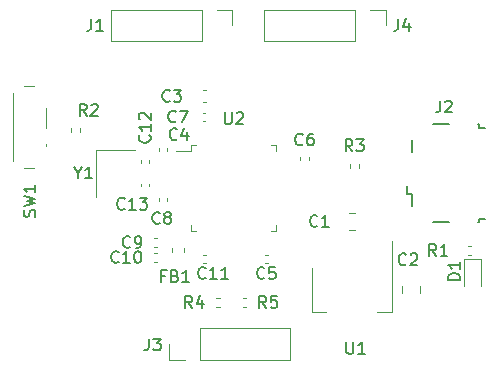
<source format=gbr>
%TF.GenerationSoftware,KiCad,Pcbnew,(6.0.8)*%
%TF.CreationDate,2022-10-24T22:06:31+02:00*%
%TF.ProjectId,stm32,73746d33-322e-46b6-9963-61645f706362,rev?*%
%TF.SameCoordinates,Original*%
%TF.FileFunction,Legend,Top*%
%TF.FilePolarity,Positive*%
%FSLAX46Y46*%
G04 Gerber Fmt 4.6, Leading zero omitted, Abs format (unit mm)*
G04 Created by KiCad (PCBNEW (6.0.8)) date 2022-10-24 22:06:31*
%MOMM*%
%LPD*%
G01*
G04 APERTURE LIST*
%ADD10C,0.150000*%
%ADD11C,0.120000*%
G04 APERTURE END LIST*
D10*
%TO.C,C6*%
X153533333Y-92757142D02*
X153485714Y-92804761D01*
X153342857Y-92852380D01*
X153247619Y-92852380D01*
X153104761Y-92804761D01*
X153009523Y-92709523D01*
X152961904Y-92614285D01*
X152914285Y-92423809D01*
X152914285Y-92280952D01*
X152961904Y-92090476D01*
X153009523Y-91995238D01*
X153104761Y-91900000D01*
X153247619Y-91852380D01*
X153342857Y-91852380D01*
X153485714Y-91900000D01*
X153533333Y-91947619D01*
X154390476Y-91852380D02*
X154200000Y-91852380D01*
X154104761Y-91900000D01*
X154057142Y-91947619D01*
X153961904Y-92090476D01*
X153914285Y-92280952D01*
X153914285Y-92661904D01*
X153961904Y-92757142D01*
X154009523Y-92804761D01*
X154104761Y-92852380D01*
X154295238Y-92852380D01*
X154390476Y-92804761D01*
X154438095Y-92757142D01*
X154485714Y-92661904D01*
X154485714Y-92423809D01*
X154438095Y-92328571D01*
X154390476Y-92280952D01*
X154295238Y-92233333D01*
X154104761Y-92233333D01*
X154009523Y-92280952D01*
X153961904Y-92328571D01*
X153914285Y-92423809D01*
%TO.C,SW1*%
X130854761Y-98883333D02*
X130902380Y-98740476D01*
X130902380Y-98502380D01*
X130854761Y-98407142D01*
X130807142Y-98359523D01*
X130711904Y-98311904D01*
X130616666Y-98311904D01*
X130521428Y-98359523D01*
X130473809Y-98407142D01*
X130426190Y-98502380D01*
X130378571Y-98692857D01*
X130330952Y-98788095D01*
X130283333Y-98835714D01*
X130188095Y-98883333D01*
X130092857Y-98883333D01*
X129997619Y-98835714D01*
X129950000Y-98788095D01*
X129902380Y-98692857D01*
X129902380Y-98454761D01*
X129950000Y-98311904D01*
X129902380Y-97978571D02*
X130902380Y-97740476D01*
X130188095Y-97550000D01*
X130902380Y-97359523D01*
X129902380Y-97121428D01*
X130902380Y-96216666D02*
X130902380Y-96788095D01*
X130902380Y-96502380D02*
X129902380Y-96502380D01*
X130045238Y-96597619D01*
X130140476Y-96692857D01*
X130188095Y-96788095D01*
%TO.C,C8*%
X141433333Y-99407142D02*
X141385714Y-99454761D01*
X141242857Y-99502380D01*
X141147619Y-99502380D01*
X141004761Y-99454761D01*
X140909523Y-99359523D01*
X140861904Y-99264285D01*
X140814285Y-99073809D01*
X140814285Y-98930952D01*
X140861904Y-98740476D01*
X140909523Y-98645238D01*
X141004761Y-98550000D01*
X141147619Y-98502380D01*
X141242857Y-98502380D01*
X141385714Y-98550000D01*
X141433333Y-98597619D01*
X142004761Y-98930952D02*
X141909523Y-98883333D01*
X141861904Y-98835714D01*
X141814285Y-98740476D01*
X141814285Y-98692857D01*
X141861904Y-98597619D01*
X141909523Y-98550000D01*
X142004761Y-98502380D01*
X142195238Y-98502380D01*
X142290476Y-98550000D01*
X142338095Y-98597619D01*
X142385714Y-98692857D01*
X142385714Y-98740476D01*
X142338095Y-98835714D01*
X142290476Y-98883333D01*
X142195238Y-98930952D01*
X142004761Y-98930952D01*
X141909523Y-98978571D01*
X141861904Y-99026190D01*
X141814285Y-99121428D01*
X141814285Y-99311904D01*
X141861904Y-99407142D01*
X141909523Y-99454761D01*
X142004761Y-99502380D01*
X142195238Y-99502380D01*
X142290476Y-99454761D01*
X142338095Y-99407142D01*
X142385714Y-99311904D01*
X142385714Y-99121428D01*
X142338095Y-99026190D01*
X142290476Y-98978571D01*
X142195238Y-98930952D01*
%TO.C,C4*%
X142883333Y-92307142D02*
X142835714Y-92354761D01*
X142692857Y-92402380D01*
X142597619Y-92402380D01*
X142454761Y-92354761D01*
X142359523Y-92259523D01*
X142311904Y-92164285D01*
X142264285Y-91973809D01*
X142264285Y-91830952D01*
X142311904Y-91640476D01*
X142359523Y-91545238D01*
X142454761Y-91450000D01*
X142597619Y-91402380D01*
X142692857Y-91402380D01*
X142835714Y-91450000D01*
X142883333Y-91497619D01*
X143740476Y-91735714D02*
X143740476Y-92402380D01*
X143502380Y-91354761D02*
X143264285Y-92069047D01*
X143883333Y-92069047D01*
%TO.C,C2*%
X162283333Y-102907142D02*
X162235714Y-102954761D01*
X162092857Y-103002380D01*
X161997619Y-103002380D01*
X161854761Y-102954761D01*
X161759523Y-102859523D01*
X161711904Y-102764285D01*
X161664285Y-102573809D01*
X161664285Y-102430952D01*
X161711904Y-102240476D01*
X161759523Y-102145238D01*
X161854761Y-102050000D01*
X161997619Y-102002380D01*
X162092857Y-102002380D01*
X162235714Y-102050000D01*
X162283333Y-102097619D01*
X162664285Y-102097619D02*
X162711904Y-102050000D01*
X162807142Y-102002380D01*
X163045238Y-102002380D01*
X163140476Y-102050000D01*
X163188095Y-102097619D01*
X163235714Y-102192857D01*
X163235714Y-102288095D01*
X163188095Y-102430952D01*
X162616666Y-103002380D01*
X163235714Y-103002380D01*
%TO.C,C5*%
X150283333Y-104057142D02*
X150235714Y-104104761D01*
X150092857Y-104152380D01*
X149997619Y-104152380D01*
X149854761Y-104104761D01*
X149759523Y-104009523D01*
X149711904Y-103914285D01*
X149664285Y-103723809D01*
X149664285Y-103580952D01*
X149711904Y-103390476D01*
X149759523Y-103295238D01*
X149854761Y-103200000D01*
X149997619Y-103152380D01*
X150092857Y-103152380D01*
X150235714Y-103200000D01*
X150283333Y-103247619D01*
X151188095Y-103152380D02*
X150711904Y-103152380D01*
X150664285Y-103628571D01*
X150711904Y-103580952D01*
X150807142Y-103533333D01*
X151045238Y-103533333D01*
X151140476Y-103580952D01*
X151188095Y-103628571D01*
X151235714Y-103723809D01*
X151235714Y-103961904D01*
X151188095Y-104057142D01*
X151140476Y-104104761D01*
X151045238Y-104152380D01*
X150807142Y-104152380D01*
X150711904Y-104104761D01*
X150664285Y-104057142D01*
%TO.C,J2*%
X165166666Y-89052380D02*
X165166666Y-89766666D01*
X165119047Y-89909523D01*
X165023809Y-90004761D01*
X164880952Y-90052380D01*
X164785714Y-90052380D01*
X165595238Y-89147619D02*
X165642857Y-89100000D01*
X165738095Y-89052380D01*
X165976190Y-89052380D01*
X166071428Y-89100000D01*
X166119047Y-89147619D01*
X166166666Y-89242857D01*
X166166666Y-89338095D01*
X166119047Y-89480952D01*
X165547619Y-90052380D01*
X166166666Y-90052380D01*
%TO.C,Y1*%
X134523809Y-95176190D02*
X134523809Y-95652380D01*
X134190476Y-94652380D02*
X134523809Y-95176190D01*
X134857142Y-94652380D01*
X135714285Y-95652380D02*
X135142857Y-95652380D01*
X135428571Y-95652380D02*
X135428571Y-94652380D01*
X135333333Y-94795238D01*
X135238095Y-94890476D01*
X135142857Y-94938095D01*
%TO.C,C10*%
X137949306Y-102697142D02*
X137901687Y-102744761D01*
X137758830Y-102792380D01*
X137663592Y-102792380D01*
X137520735Y-102744761D01*
X137425497Y-102649523D01*
X137377878Y-102554285D01*
X137330259Y-102363809D01*
X137330259Y-102220952D01*
X137377878Y-102030476D01*
X137425497Y-101935238D01*
X137520735Y-101840000D01*
X137663592Y-101792380D01*
X137758830Y-101792380D01*
X137901687Y-101840000D01*
X137949306Y-101887619D01*
X138901687Y-102792380D02*
X138330259Y-102792380D01*
X138615973Y-102792380D02*
X138615973Y-101792380D01*
X138520735Y-101935238D01*
X138425497Y-102030476D01*
X138330259Y-102078095D01*
X139520735Y-101792380D02*
X139615973Y-101792380D01*
X139711211Y-101840000D01*
X139758830Y-101887619D01*
X139806449Y-101982857D01*
X139854068Y-102173333D01*
X139854068Y-102411428D01*
X139806449Y-102601904D01*
X139758830Y-102697142D01*
X139711211Y-102744761D01*
X139615973Y-102792380D01*
X139520735Y-102792380D01*
X139425497Y-102744761D01*
X139377878Y-102697142D01*
X139330259Y-102601904D01*
X139282640Y-102411428D01*
X139282640Y-102173333D01*
X139330259Y-101982857D01*
X139377878Y-101887619D01*
X139425497Y-101840000D01*
X139520735Y-101792380D01*
%TO.C,C3*%
X142283333Y-89057142D02*
X142235714Y-89104761D01*
X142092857Y-89152380D01*
X141997619Y-89152380D01*
X141854761Y-89104761D01*
X141759523Y-89009523D01*
X141711904Y-88914285D01*
X141664285Y-88723809D01*
X141664285Y-88580952D01*
X141711904Y-88390476D01*
X141759523Y-88295238D01*
X141854761Y-88200000D01*
X141997619Y-88152380D01*
X142092857Y-88152380D01*
X142235714Y-88200000D01*
X142283333Y-88247619D01*
X142616666Y-88152380D02*
X143235714Y-88152380D01*
X142902380Y-88533333D01*
X143045238Y-88533333D01*
X143140476Y-88580952D01*
X143188095Y-88628571D01*
X143235714Y-88723809D01*
X143235714Y-88961904D01*
X143188095Y-89057142D01*
X143140476Y-89104761D01*
X143045238Y-89152380D01*
X142759523Y-89152380D01*
X142664285Y-89104761D01*
X142616666Y-89057142D01*
%TO.C,C11*%
X145307142Y-104057142D02*
X145259523Y-104104761D01*
X145116666Y-104152380D01*
X145021428Y-104152380D01*
X144878571Y-104104761D01*
X144783333Y-104009523D01*
X144735714Y-103914285D01*
X144688095Y-103723809D01*
X144688095Y-103580952D01*
X144735714Y-103390476D01*
X144783333Y-103295238D01*
X144878571Y-103200000D01*
X145021428Y-103152380D01*
X145116666Y-103152380D01*
X145259523Y-103200000D01*
X145307142Y-103247619D01*
X146259523Y-104152380D02*
X145688095Y-104152380D01*
X145973809Y-104152380D02*
X145973809Y-103152380D01*
X145878571Y-103295238D01*
X145783333Y-103390476D01*
X145688095Y-103438095D01*
X147211904Y-104152380D02*
X146640476Y-104152380D01*
X146926190Y-104152380D02*
X146926190Y-103152380D01*
X146830952Y-103295238D01*
X146735714Y-103390476D01*
X146640476Y-103438095D01*
%TO.C,C12*%
X140557142Y-91992857D02*
X140604761Y-92040476D01*
X140652380Y-92183333D01*
X140652380Y-92278571D01*
X140604761Y-92421428D01*
X140509523Y-92516666D01*
X140414285Y-92564285D01*
X140223809Y-92611904D01*
X140080952Y-92611904D01*
X139890476Y-92564285D01*
X139795238Y-92516666D01*
X139700000Y-92421428D01*
X139652380Y-92278571D01*
X139652380Y-92183333D01*
X139700000Y-92040476D01*
X139747619Y-91992857D01*
X140652380Y-91040476D02*
X140652380Y-91611904D01*
X140652380Y-91326190D02*
X139652380Y-91326190D01*
X139795238Y-91421428D01*
X139890476Y-91516666D01*
X139938095Y-91611904D01*
X139747619Y-90659523D02*
X139700000Y-90611904D01*
X139652380Y-90516666D01*
X139652380Y-90278571D01*
X139700000Y-90183333D01*
X139747619Y-90135714D01*
X139842857Y-90088095D01*
X139938095Y-90088095D01*
X140080952Y-90135714D01*
X140652380Y-90707142D01*
X140652380Y-90088095D01*
%TO.C,R2*%
X135233333Y-90352380D02*
X134900000Y-89876190D01*
X134661904Y-90352380D02*
X134661904Y-89352380D01*
X135042857Y-89352380D01*
X135138095Y-89400000D01*
X135185714Y-89447619D01*
X135233333Y-89542857D01*
X135233333Y-89685714D01*
X135185714Y-89780952D01*
X135138095Y-89828571D01*
X135042857Y-89876190D01*
X134661904Y-89876190D01*
X135614285Y-89447619D02*
X135661904Y-89400000D01*
X135757142Y-89352380D01*
X135995238Y-89352380D01*
X136090476Y-89400000D01*
X136138095Y-89447619D01*
X136185714Y-89542857D01*
X136185714Y-89638095D01*
X136138095Y-89780952D01*
X135566666Y-90352380D01*
X136185714Y-90352380D01*
%TO.C,C13*%
X138449306Y-98197142D02*
X138401687Y-98244761D01*
X138258830Y-98292380D01*
X138163592Y-98292380D01*
X138020735Y-98244761D01*
X137925497Y-98149523D01*
X137877878Y-98054285D01*
X137830259Y-97863809D01*
X137830259Y-97720952D01*
X137877878Y-97530476D01*
X137925497Y-97435238D01*
X138020735Y-97340000D01*
X138163592Y-97292380D01*
X138258830Y-97292380D01*
X138401687Y-97340000D01*
X138449306Y-97387619D01*
X139401687Y-98292380D02*
X138830259Y-98292380D01*
X139115973Y-98292380D02*
X139115973Y-97292380D01*
X139020735Y-97435238D01*
X138925497Y-97530476D01*
X138830259Y-97578095D01*
X139735021Y-97292380D02*
X140354068Y-97292380D01*
X140020735Y-97673333D01*
X140163592Y-97673333D01*
X140258830Y-97720952D01*
X140306449Y-97768571D01*
X140354068Y-97863809D01*
X140354068Y-98101904D01*
X140306449Y-98197142D01*
X140258830Y-98244761D01*
X140163592Y-98292380D01*
X139877878Y-98292380D01*
X139782640Y-98244761D01*
X139735021Y-98197142D01*
%TO.C,FB1*%
X141866666Y-103878571D02*
X141533333Y-103878571D01*
X141533333Y-104402380D02*
X141533333Y-103402380D01*
X142009523Y-103402380D01*
X142723809Y-103878571D02*
X142866666Y-103926190D01*
X142914285Y-103973809D01*
X142961904Y-104069047D01*
X142961904Y-104211904D01*
X142914285Y-104307142D01*
X142866666Y-104354761D01*
X142771428Y-104402380D01*
X142390476Y-104402380D01*
X142390476Y-103402380D01*
X142723809Y-103402380D01*
X142819047Y-103450000D01*
X142866666Y-103497619D01*
X142914285Y-103592857D01*
X142914285Y-103688095D01*
X142866666Y-103783333D01*
X142819047Y-103830952D01*
X142723809Y-103878571D01*
X142390476Y-103878571D01*
X143914285Y-104402380D02*
X143342857Y-104402380D01*
X143628571Y-104402380D02*
X143628571Y-103402380D01*
X143533333Y-103545238D01*
X143438095Y-103640476D01*
X143342857Y-103688095D01*
%TO.C,U2*%
X146938095Y-90052380D02*
X146938095Y-90861904D01*
X146985714Y-90957142D01*
X147033333Y-91004761D01*
X147128571Y-91052380D01*
X147319047Y-91052380D01*
X147414285Y-91004761D01*
X147461904Y-90957142D01*
X147509523Y-90861904D01*
X147509523Y-90052380D01*
X147938095Y-90147619D02*
X147985714Y-90100000D01*
X148080952Y-90052380D01*
X148319047Y-90052380D01*
X148414285Y-90100000D01*
X148461904Y-90147619D01*
X148509523Y-90242857D01*
X148509523Y-90338095D01*
X148461904Y-90480952D01*
X147890476Y-91052380D01*
X148509523Y-91052380D01*
%TO.C,C9*%
X138925497Y-101447142D02*
X138877878Y-101494761D01*
X138735021Y-101542380D01*
X138639783Y-101542380D01*
X138496925Y-101494761D01*
X138401687Y-101399523D01*
X138354068Y-101304285D01*
X138306449Y-101113809D01*
X138306449Y-100970952D01*
X138354068Y-100780476D01*
X138401687Y-100685238D01*
X138496925Y-100590000D01*
X138639783Y-100542380D01*
X138735021Y-100542380D01*
X138877878Y-100590000D01*
X138925497Y-100637619D01*
X139401687Y-101542380D02*
X139592164Y-101542380D01*
X139687402Y-101494761D01*
X139735021Y-101447142D01*
X139830259Y-101304285D01*
X139877878Y-101113809D01*
X139877878Y-100732857D01*
X139830259Y-100637619D01*
X139782640Y-100590000D01*
X139687402Y-100542380D01*
X139496925Y-100542380D01*
X139401687Y-100590000D01*
X139354068Y-100637619D01*
X139306449Y-100732857D01*
X139306449Y-100970952D01*
X139354068Y-101066190D01*
X139401687Y-101113809D01*
X139496925Y-101161428D01*
X139687402Y-101161428D01*
X139782640Y-101113809D01*
X139830259Y-101066190D01*
X139877878Y-100970952D01*
%TO.C,R5*%
X150433333Y-106602380D02*
X150100000Y-106126190D01*
X149861904Y-106602380D02*
X149861904Y-105602380D01*
X150242857Y-105602380D01*
X150338095Y-105650000D01*
X150385714Y-105697619D01*
X150433333Y-105792857D01*
X150433333Y-105935714D01*
X150385714Y-106030952D01*
X150338095Y-106078571D01*
X150242857Y-106126190D01*
X149861904Y-106126190D01*
X151338095Y-105602380D02*
X150861904Y-105602380D01*
X150814285Y-106078571D01*
X150861904Y-106030952D01*
X150957142Y-105983333D01*
X151195238Y-105983333D01*
X151290476Y-106030952D01*
X151338095Y-106078571D01*
X151385714Y-106173809D01*
X151385714Y-106411904D01*
X151338095Y-106507142D01*
X151290476Y-106554761D01*
X151195238Y-106602380D01*
X150957142Y-106602380D01*
X150861904Y-106554761D01*
X150814285Y-106507142D01*
%TO.C,C7*%
X142783333Y-90807142D02*
X142735714Y-90854761D01*
X142592857Y-90902380D01*
X142497619Y-90902380D01*
X142354761Y-90854761D01*
X142259523Y-90759523D01*
X142211904Y-90664285D01*
X142164285Y-90473809D01*
X142164285Y-90330952D01*
X142211904Y-90140476D01*
X142259523Y-90045238D01*
X142354761Y-89950000D01*
X142497619Y-89902380D01*
X142592857Y-89902380D01*
X142735714Y-89950000D01*
X142783333Y-89997619D01*
X143116666Y-89902380D02*
X143783333Y-89902380D01*
X143354761Y-90902380D01*
%TO.C,R1*%
X164833333Y-102202380D02*
X164500000Y-101726190D01*
X164261904Y-102202380D02*
X164261904Y-101202380D01*
X164642857Y-101202380D01*
X164738095Y-101250000D01*
X164785714Y-101297619D01*
X164833333Y-101392857D01*
X164833333Y-101535714D01*
X164785714Y-101630952D01*
X164738095Y-101678571D01*
X164642857Y-101726190D01*
X164261904Y-101726190D01*
X165785714Y-102202380D02*
X165214285Y-102202380D01*
X165500000Y-102202380D02*
X165500000Y-101202380D01*
X165404761Y-101345238D01*
X165309523Y-101440476D01*
X165214285Y-101488095D01*
%TO.C,J3*%
X140516666Y-109202380D02*
X140516666Y-109916666D01*
X140469047Y-110059523D01*
X140373809Y-110154761D01*
X140230952Y-110202380D01*
X140135714Y-110202380D01*
X140897619Y-109202380D02*
X141516666Y-109202380D01*
X141183333Y-109583333D01*
X141326190Y-109583333D01*
X141421428Y-109630952D01*
X141469047Y-109678571D01*
X141516666Y-109773809D01*
X141516666Y-110011904D01*
X141469047Y-110107142D01*
X141421428Y-110154761D01*
X141326190Y-110202380D01*
X141040476Y-110202380D01*
X140945238Y-110154761D01*
X140897619Y-110107142D01*
%TO.C,D1*%
X166852380Y-104238095D02*
X165852380Y-104238095D01*
X165852380Y-104000000D01*
X165900000Y-103857142D01*
X165995238Y-103761904D01*
X166090476Y-103714285D01*
X166280952Y-103666666D01*
X166423809Y-103666666D01*
X166614285Y-103714285D01*
X166709523Y-103761904D01*
X166804761Y-103857142D01*
X166852380Y-104000000D01*
X166852380Y-104238095D01*
X166852380Y-102714285D02*
X166852380Y-103285714D01*
X166852380Y-103000000D02*
X165852380Y-103000000D01*
X165995238Y-103095238D01*
X166090476Y-103190476D01*
X166138095Y-103285714D01*
%TO.C,R4*%
X144183333Y-106602380D02*
X143850000Y-106126190D01*
X143611904Y-106602380D02*
X143611904Y-105602380D01*
X143992857Y-105602380D01*
X144088095Y-105650000D01*
X144135714Y-105697619D01*
X144183333Y-105792857D01*
X144183333Y-105935714D01*
X144135714Y-106030952D01*
X144088095Y-106078571D01*
X143992857Y-106126190D01*
X143611904Y-106126190D01*
X145040476Y-105935714D02*
X145040476Y-106602380D01*
X144802380Y-105554761D02*
X144564285Y-106269047D01*
X145183333Y-106269047D01*
%TO.C,U1*%
X157238095Y-109502380D02*
X157238095Y-110311904D01*
X157285714Y-110407142D01*
X157333333Y-110454761D01*
X157428571Y-110502380D01*
X157619047Y-110502380D01*
X157714285Y-110454761D01*
X157761904Y-110407142D01*
X157809523Y-110311904D01*
X157809523Y-109502380D01*
X158809523Y-110502380D02*
X158238095Y-110502380D01*
X158523809Y-110502380D02*
X158523809Y-109502380D01*
X158428571Y-109645238D01*
X158333333Y-109740476D01*
X158238095Y-109788095D01*
%TO.C,J4*%
X161616666Y-82152380D02*
X161616666Y-82866666D01*
X161569047Y-83009523D01*
X161473809Y-83104761D01*
X161330952Y-83152380D01*
X161235714Y-83152380D01*
X162521428Y-82485714D02*
X162521428Y-83152380D01*
X162283333Y-82104761D02*
X162045238Y-82819047D01*
X162664285Y-82819047D01*
%TO.C,R3*%
X157733333Y-93352380D02*
X157400000Y-92876190D01*
X157161904Y-93352380D02*
X157161904Y-92352380D01*
X157542857Y-92352380D01*
X157638095Y-92400000D01*
X157685714Y-92447619D01*
X157733333Y-92542857D01*
X157733333Y-92685714D01*
X157685714Y-92780952D01*
X157638095Y-92828571D01*
X157542857Y-92876190D01*
X157161904Y-92876190D01*
X158066666Y-92352380D02*
X158685714Y-92352380D01*
X158352380Y-92733333D01*
X158495238Y-92733333D01*
X158590476Y-92780952D01*
X158638095Y-92828571D01*
X158685714Y-92923809D01*
X158685714Y-93161904D01*
X158638095Y-93257142D01*
X158590476Y-93304761D01*
X158495238Y-93352380D01*
X158209523Y-93352380D01*
X158114285Y-93304761D01*
X158066666Y-93257142D01*
%TO.C,C1*%
X154783333Y-99657142D02*
X154735714Y-99704761D01*
X154592857Y-99752380D01*
X154497619Y-99752380D01*
X154354761Y-99704761D01*
X154259523Y-99609523D01*
X154211904Y-99514285D01*
X154164285Y-99323809D01*
X154164285Y-99180952D01*
X154211904Y-98990476D01*
X154259523Y-98895238D01*
X154354761Y-98800000D01*
X154497619Y-98752380D01*
X154592857Y-98752380D01*
X154735714Y-98800000D01*
X154783333Y-98847619D01*
X155735714Y-99752380D02*
X155164285Y-99752380D01*
X155450000Y-99752380D02*
X155450000Y-98752380D01*
X155354761Y-98895238D01*
X155259523Y-98990476D01*
X155164285Y-99038095D01*
%TO.C,J1*%
X135616666Y-82152380D02*
X135616666Y-82866666D01*
X135569047Y-83009523D01*
X135473809Y-83104761D01*
X135330952Y-83152380D01*
X135235714Y-83152380D01*
X136616666Y-83152380D02*
X136045238Y-83152380D01*
X136330952Y-83152380D02*
X136330952Y-82152380D01*
X136235714Y-82295238D01*
X136140476Y-82390476D01*
X136045238Y-82438095D01*
D11*
%TO.C,C6*%
X153340000Y-93842164D02*
X153340000Y-94057836D01*
X154060000Y-93842164D02*
X154060000Y-94057836D01*
%TO.C,SW1*%
X131820000Y-92700000D02*
X131820000Y-92900000D01*
X130770000Y-87850000D02*
X129980000Y-87850000D01*
X128970000Y-88450000D02*
X128970000Y-94150000D01*
X129980000Y-94750000D02*
X130770000Y-94750000D01*
X131820000Y-89700000D02*
X131820000Y-91400000D01*
%TO.C,C8*%
X142060000Y-97557836D02*
X142060000Y-97342164D01*
X141340000Y-97557836D02*
X141340000Y-97342164D01*
%TO.C,C4*%
X141340000Y-93307836D02*
X141340000Y-93092164D01*
X142060000Y-93307836D02*
X142060000Y-93092164D01*
%TO.C,C2*%
X161965000Y-105311252D02*
X161965000Y-104788748D01*
X163435000Y-105311252D02*
X163435000Y-104788748D01*
%TO.C,C5*%
X150557836Y-102090000D02*
X150342164Y-102090000D01*
X150557836Y-102810000D02*
X150342164Y-102810000D01*
D10*
%TO.C,J2*%
X162795000Y-93400000D02*
X162795000Y-92400000D01*
X165945000Y-91050000D02*
X164545000Y-91050000D01*
X168945000Y-91350000D02*
X168495000Y-91350000D01*
X162795000Y-97000000D02*
X162795000Y-98000000D01*
X168495000Y-91350000D02*
X168495000Y-91050000D01*
X162370000Y-96275000D02*
X162370000Y-97000000D01*
X168345000Y-99350000D02*
X168495000Y-99350000D01*
X162370000Y-97000000D02*
X162795000Y-97000000D01*
X168495000Y-99050000D02*
X168945000Y-99050000D01*
X168495000Y-99350000D02*
X168495000Y-99050000D01*
X164545000Y-99350000D02*
X165945000Y-99350000D01*
X168495000Y-91050000D02*
X168345000Y-91050000D01*
D11*
%TO.C,Y1*%
X139350000Y-93200000D02*
X136050000Y-93200000D01*
X136050000Y-93200000D02*
X136050000Y-97200000D01*
%TO.C,C10*%
X141200000Y-102700000D02*
X140984328Y-102700000D01*
X141200000Y-101980000D02*
X140984328Y-101980000D01*
%TO.C,C3*%
X145059420Y-88190000D02*
X145340580Y-88190000D01*
X145059420Y-89210000D02*
X145340580Y-89210000D01*
%TO.C,C11*%
X145092164Y-102090000D02*
X145307836Y-102090000D01*
X145092164Y-102810000D02*
X145307836Y-102810000D01*
%TO.C,C12*%
X139840000Y-94307836D02*
X139840000Y-94092164D01*
X140560000Y-94307836D02*
X140560000Y-94092164D01*
%TO.C,R2*%
X134705000Y-91381359D02*
X134705000Y-91688641D01*
X133945000Y-91381359D02*
X133945000Y-91688641D01*
%TO.C,C13*%
X140560000Y-96307836D02*
X140560000Y-96092164D01*
X139840000Y-96307836D02*
X139840000Y-96092164D01*
%TO.C,FB1*%
X143460000Y-101862779D02*
X143460000Y-101537221D01*
X142440000Y-101862779D02*
X142440000Y-101537221D01*
%TO.C,U2*%
X151310000Y-100060000D02*
X151310000Y-99610000D01*
X144090000Y-100060000D02*
X144090000Y-99610000D01*
X144090000Y-92840000D02*
X144090000Y-93290000D01*
X150860000Y-92840000D02*
X151310000Y-92840000D01*
X151310000Y-92840000D02*
X151310000Y-93290000D01*
X144540000Y-100060000D02*
X144090000Y-100060000D01*
X150860000Y-100060000D02*
X151310000Y-100060000D01*
X144540000Y-92840000D02*
X144090000Y-92840000D01*
X144090000Y-93290000D02*
X142800000Y-93290000D01*
%TO.C,C9*%
X141200000Y-100730000D02*
X140984328Y-100730000D01*
X141200000Y-101450000D02*
X140984328Y-101450000D01*
%TO.C,R5*%
X148753641Y-105770000D02*
X148446359Y-105770000D01*
X148753641Y-106530000D02*
X148446359Y-106530000D01*
%TO.C,C7*%
X145072164Y-90090000D02*
X145287836Y-90090000D01*
X145072164Y-90810000D02*
X145287836Y-90810000D01*
%TO.C,R1*%
X167496359Y-101332500D02*
X167803641Y-101332500D01*
X167496359Y-102092500D02*
X167803641Y-102092500D01*
%TO.C,J3*%
X152500000Y-110980000D02*
X152500000Y-108320000D01*
X144820000Y-110980000D02*
X152500000Y-110980000D01*
X144820000Y-110980000D02*
X144820000Y-108320000D01*
X144820000Y-108320000D02*
X152500000Y-108320000D01*
X142220000Y-110980000D02*
X142220000Y-109650000D01*
X143550000Y-110980000D02*
X142220000Y-110980000D01*
%TO.C,D1*%
X167165000Y-102477500D02*
X167165000Y-104762500D01*
X168635000Y-104762500D02*
X168635000Y-102477500D01*
X168635000Y-102477500D02*
X167165000Y-102477500D01*
%TO.C,R4*%
X146196359Y-105770000D02*
X146503641Y-105770000D01*
X146196359Y-106530000D02*
X146503641Y-106530000D01*
%TO.C,U1*%
X161110000Y-106960000D02*
X159850000Y-106960000D01*
X154290000Y-103200000D02*
X154290000Y-106960000D01*
X161110000Y-100950000D02*
X161110000Y-106960000D01*
X154290000Y-106960000D02*
X155550000Y-106960000D01*
%TO.C,J4*%
X150300000Y-81370000D02*
X150300000Y-84030000D01*
X157980000Y-81370000D02*
X157980000Y-84030000D01*
X159250000Y-81370000D02*
X160580000Y-81370000D01*
X157980000Y-81370000D02*
X150300000Y-81370000D01*
X157980000Y-84030000D02*
X150300000Y-84030000D01*
X160580000Y-81370000D02*
X160580000Y-82700000D01*
%TO.C,R3*%
X158330000Y-94421359D02*
X158330000Y-94728641D01*
X157570000Y-94421359D02*
X157570000Y-94728641D01*
%TO.C,C1*%
X157438748Y-100035000D02*
X157961252Y-100035000D01*
X157438748Y-98565000D02*
X157961252Y-98565000D01*
%TO.C,J1*%
X144980000Y-84030000D02*
X137300000Y-84030000D01*
X146250000Y-81370000D02*
X147580000Y-81370000D01*
X137300000Y-81370000D02*
X137300000Y-84030000D01*
X147580000Y-81370000D02*
X147580000Y-82700000D01*
X144980000Y-81370000D02*
X144980000Y-84030000D01*
X144980000Y-81370000D02*
X137300000Y-81370000D01*
%TD*%
M02*

</source>
